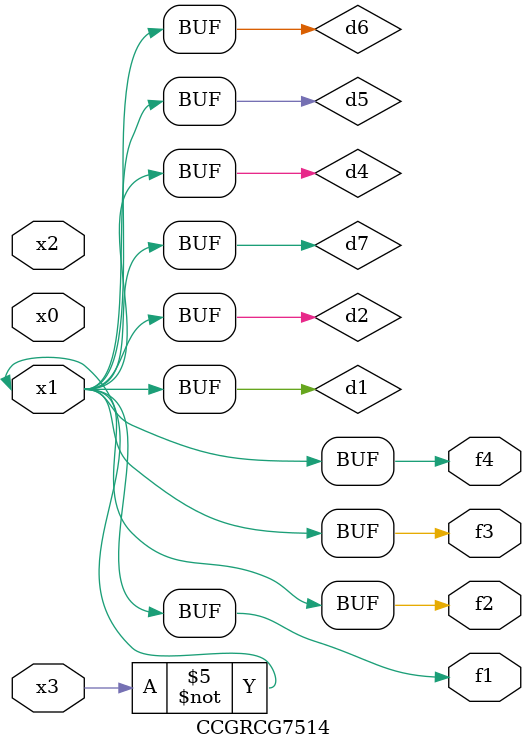
<source format=v>
module CCGRCG7514(
	input x0, x1, x2, x3,
	output f1, f2, f3, f4
);

	wire d1, d2, d3, d4, d5, d6, d7;

	not (d1, x3);
	buf (d2, x1);
	xnor (d3, d1, d2);
	nor (d4, d1);
	buf (d5, d1, d2);
	buf (d6, d4, d5);
	nand (d7, d4);
	assign f1 = d6;
	assign f2 = d7;
	assign f3 = d6;
	assign f4 = d6;
endmodule

</source>
